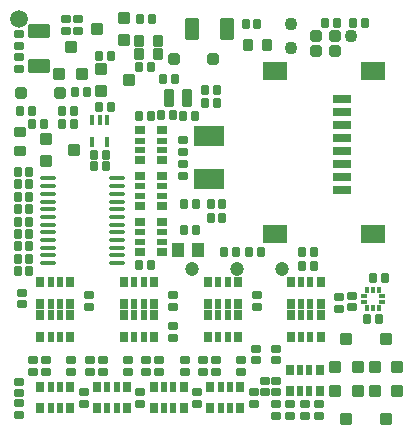
<source format=gbs>
G04*
G04 #@! TF.GenerationSoftware,Altium Limited,Altium Designer,22.9.1 (49)*
G04*
G04 Layer_Color=16711935*
%FSLAX25Y25*%
%MOIN*%
G70*
G04*
G04 #@! TF.SameCoordinates,FBD9B802-E2C1-45FA-B2A8-6E124328931A*
G04*
G04*
G04 #@! TF.FilePolarity,Negative*
G04*
G01*
G75*
G04:AMPARAMS|DCode=62|XSize=31.5mil|YSize=27.56mil|CornerRadius=4.33mil|HoleSize=0mil|Usage=FLASHONLY|Rotation=90.000|XOffset=0mil|YOffset=0mil|HoleType=Round|Shape=RoundedRectangle|*
%AMROUNDEDRECTD62*
21,1,0.03150,0.01890,0,0,90.0*
21,1,0.02284,0.02756,0,0,90.0*
1,1,0.00866,0.00945,0.01142*
1,1,0.00866,0.00945,-0.01142*
1,1,0.00866,-0.00945,-0.01142*
1,1,0.00866,-0.00945,0.01142*
%
%ADD62ROUNDEDRECTD62*%
G04:AMPARAMS|DCode=63|XSize=29.53mil|YSize=35.43mil|CornerRadius=4.53mil|HoleSize=0mil|Usage=FLASHONLY|Rotation=270.000|XOffset=0mil|YOffset=0mil|HoleType=Round|Shape=RoundedRectangle|*
%AMROUNDEDRECTD63*
21,1,0.02953,0.02638,0,0,270.0*
21,1,0.02047,0.03543,0,0,270.0*
1,1,0.00906,-0.01319,-0.01024*
1,1,0.00906,-0.01319,0.01024*
1,1,0.00906,0.01319,0.01024*
1,1,0.00906,0.01319,-0.01024*
%
%ADD63ROUNDEDRECTD63*%
G04:AMPARAMS|DCode=64|XSize=21.65mil|YSize=35.43mil|CornerRadius=3.74mil|HoleSize=0mil|Usage=FLASHONLY|Rotation=270.000|XOffset=0mil|YOffset=0mil|HoleType=Round|Shape=RoundedRectangle|*
%AMROUNDEDRECTD64*
21,1,0.02165,0.02795,0,0,270.0*
21,1,0.01417,0.03543,0,0,270.0*
1,1,0.00748,-0.01398,-0.00709*
1,1,0.00748,-0.01398,0.00709*
1,1,0.00748,0.01398,0.00709*
1,1,0.00748,0.01398,-0.00709*
%
%ADD64ROUNDEDRECTD64*%
G04:AMPARAMS|DCode=65|XSize=31.5mil|YSize=40.16mil|CornerRadius=4.72mil|HoleSize=0mil|Usage=FLASHONLY|Rotation=0.000|XOffset=0mil|YOffset=0mil|HoleType=Round|Shape=RoundedRectangle|*
%AMROUNDEDRECTD65*
21,1,0.03150,0.03071,0,0,0.0*
21,1,0.02205,0.04016,0,0,0.0*
1,1,0.00945,0.01102,-0.01535*
1,1,0.00945,-0.01102,-0.01535*
1,1,0.00945,-0.01102,0.01535*
1,1,0.00945,0.01102,0.01535*
%
%ADD65ROUNDEDRECTD65*%
G04:AMPARAMS|DCode=67|XSize=31.5mil|YSize=27.56mil|CornerRadius=4.33mil|HoleSize=0mil|Usage=FLASHONLY|Rotation=180.000|XOffset=0mil|YOffset=0mil|HoleType=Round|Shape=RoundedRectangle|*
%AMROUNDEDRECTD67*
21,1,0.03150,0.01890,0,0,180.0*
21,1,0.02284,0.02756,0,0,180.0*
1,1,0.00866,-0.01142,0.00945*
1,1,0.00866,0.01142,0.00945*
1,1,0.00866,0.01142,-0.00945*
1,1,0.00866,-0.01142,-0.00945*
%
%ADD67ROUNDEDRECTD67*%
G04:AMPARAMS|DCode=77|XSize=39.37mil|YSize=41.34mil|CornerRadius=5.51mil|HoleSize=0mil|Usage=FLASHONLY|Rotation=270.000|XOffset=0mil|YOffset=0mil|HoleType=Round|Shape=RoundedRectangle|*
%AMROUNDEDRECTD77*
21,1,0.03937,0.03032,0,0,270.0*
21,1,0.02835,0.04134,0,0,270.0*
1,1,0.01102,-0.01516,-0.01417*
1,1,0.01102,-0.01516,0.01417*
1,1,0.01102,0.01516,0.01417*
1,1,0.01102,0.01516,-0.01417*
%
%ADD77ROUNDEDRECTD77*%
G04:AMPARAMS|DCode=78|XSize=39.37mil|YSize=41.34mil|CornerRadius=5.51mil|HoleSize=0mil|Usage=FLASHONLY|Rotation=270.000|XOffset=0mil|YOffset=0mil|HoleType=Round|Shape=RoundedRectangle|*
%AMROUNDEDRECTD78*
21,1,0.03937,0.03032,0,0,270.0*
21,1,0.02835,0.04134,0,0,270.0*
1,1,0.01102,-0.01516,-0.01417*
1,1,0.01102,-0.01516,0.01417*
1,1,0.01102,0.01516,0.01417*
1,1,0.01102,0.01516,-0.01417*
%
%ADD78ROUNDEDRECTD78*%
%ADD83C,0.04294*%
%ADD84C,0.04724*%
%ADD85C,0.05906*%
G04:AMPARAMS|DCode=115|XSize=39.76mil|YSize=37.4mil|CornerRadius=5.32mil|HoleSize=0mil|Usage=FLASHONLY|Rotation=0.000|XOffset=0mil|YOffset=0mil|HoleType=Round|Shape=RoundedRectangle|*
%AMROUNDEDRECTD115*
21,1,0.03976,0.02677,0,0,0.0*
21,1,0.02913,0.03740,0,0,0.0*
1,1,0.01063,0.01457,-0.01339*
1,1,0.01063,-0.01457,-0.01339*
1,1,0.01063,-0.01457,0.01339*
1,1,0.01063,0.01457,0.01339*
%
%ADD115ROUNDEDRECTD115*%
%ADD116R,0.09843X0.07087*%
G04:AMPARAMS|DCode=117|XSize=31.5mil|YSize=59.06mil|CornerRadius=4.72mil|HoleSize=0mil|Usage=FLASHONLY|Rotation=0.000|XOffset=0mil|YOffset=0mil|HoleType=Round|Shape=RoundedRectangle|*
%AMROUNDEDRECTD117*
21,1,0.03150,0.04961,0,0,0.0*
21,1,0.02205,0.05906,0,0,0.0*
1,1,0.00945,0.01102,-0.02480*
1,1,0.00945,-0.01102,-0.02480*
1,1,0.00945,-0.01102,0.02480*
1,1,0.00945,0.01102,0.02480*
%
%ADD117ROUNDEDRECTD117*%
G04:AMPARAMS|DCode=118|XSize=74.8mil|YSize=49.21mil|CornerRadius=6.5mil|HoleSize=0mil|Usage=FLASHONLY|Rotation=0.000|XOffset=0mil|YOffset=0mil|HoleType=Round|Shape=RoundedRectangle|*
%AMROUNDEDRECTD118*
21,1,0.07480,0.03622,0,0,0.0*
21,1,0.06181,0.04921,0,0,0.0*
1,1,0.01299,0.03091,-0.01811*
1,1,0.01299,-0.03091,-0.01811*
1,1,0.01299,-0.03091,0.01811*
1,1,0.01299,0.03091,0.01811*
%
%ADD118ROUNDEDRECTD118*%
G04:AMPARAMS|DCode=119|XSize=37.4mil|YSize=37.4mil|CornerRadius=5.32mil|HoleSize=0mil|Usage=FLASHONLY|Rotation=0.000|XOffset=0mil|YOffset=0mil|HoleType=Round|Shape=RoundedRectangle|*
%AMROUNDEDRECTD119*
21,1,0.03740,0.02677,0,0,0.0*
21,1,0.02677,0.03740,0,0,0.0*
1,1,0.01063,0.01339,-0.01339*
1,1,0.01063,-0.01339,-0.01339*
1,1,0.01063,-0.01339,0.01339*
1,1,0.01063,0.01339,0.01339*
%
%ADD119ROUNDEDRECTD119*%
G04:AMPARAMS|DCode=120|XSize=62.99mil|YSize=29.53mil|CornerRadius=4.53mil|HoleSize=0mil|Usage=FLASHONLY|Rotation=180.000|XOffset=0mil|YOffset=0mil|HoleType=Round|Shape=RoundedRectangle|*
%AMROUNDEDRECTD120*
21,1,0.06299,0.02047,0,0,180.0*
21,1,0.05394,0.02953,0,0,180.0*
1,1,0.00906,-0.02697,0.01024*
1,1,0.00906,0.02697,0.01024*
1,1,0.00906,0.02697,-0.01024*
1,1,0.00906,-0.02697,-0.01024*
%
%ADD120ROUNDEDRECTD120*%
G04:AMPARAMS|DCode=121|XSize=82.68mil|YSize=61.02mil|CornerRadius=7.68mil|HoleSize=0mil|Usage=FLASHONLY|Rotation=180.000|XOffset=0mil|YOffset=0mil|HoleType=Round|Shape=RoundedRectangle|*
%AMROUNDEDRECTD121*
21,1,0.08268,0.04567,0,0,180.0*
21,1,0.06732,0.06102,0,0,180.0*
1,1,0.01535,-0.03366,0.02284*
1,1,0.01535,0.03366,0.02284*
1,1,0.01535,0.03366,-0.02284*
1,1,0.01535,-0.03366,-0.02284*
%
%ADD121ROUNDEDRECTD121*%
G04:AMPARAMS|DCode=122|XSize=29.53mil|YSize=35.43mil|CornerRadius=4.53mil|HoleSize=0mil|Usage=FLASHONLY|Rotation=180.000|XOffset=0mil|YOffset=0mil|HoleType=Round|Shape=RoundedRectangle|*
%AMROUNDEDRECTD122*
21,1,0.02953,0.02638,0,0,180.0*
21,1,0.02047,0.03543,0,0,180.0*
1,1,0.00906,-0.01024,0.01319*
1,1,0.00906,0.01024,0.01319*
1,1,0.00906,0.01024,-0.01319*
1,1,0.00906,-0.01024,-0.01319*
%
%ADD122ROUNDEDRECTD122*%
G04:AMPARAMS|DCode=123|XSize=21.65mil|YSize=35.43mil|CornerRadius=3.74mil|HoleSize=0mil|Usage=FLASHONLY|Rotation=180.000|XOffset=0mil|YOffset=0mil|HoleType=Round|Shape=RoundedRectangle|*
%AMROUNDEDRECTD123*
21,1,0.02165,0.02795,0,0,180.0*
21,1,0.01417,0.03543,0,0,180.0*
1,1,0.00748,-0.00709,0.01398*
1,1,0.00748,0.00709,0.01398*
1,1,0.00748,0.00709,-0.01398*
1,1,0.00748,-0.00709,-0.01398*
%
%ADD123ROUNDEDRECTD123*%
G04:AMPARAMS|DCode=124|XSize=31.5mil|YSize=40.16mil|CornerRadius=4.72mil|HoleSize=0mil|Usage=FLASHONLY|Rotation=90.000|XOffset=0mil|YOffset=0mil|HoleType=Round|Shape=RoundedRectangle|*
%AMROUNDEDRECTD124*
21,1,0.03150,0.03071,0,0,90.0*
21,1,0.02205,0.04016,0,0,90.0*
1,1,0.00945,0.01535,0.01102*
1,1,0.00945,0.01535,-0.01102*
1,1,0.00945,-0.01535,-0.01102*
1,1,0.00945,-0.01535,0.01102*
%
%ADD124ROUNDEDRECTD124*%
%ADD125O,0.05354X0.01378*%
G04:AMPARAMS|DCode=126|XSize=39.37mil|YSize=41.34mil|CornerRadius=5.51mil|HoleSize=0mil|Usage=FLASHONLY|Rotation=0.000|XOffset=0mil|YOffset=0mil|HoleType=Round|Shape=RoundedRectangle|*
%AMROUNDEDRECTD126*
21,1,0.03937,0.03032,0,0,0.0*
21,1,0.02835,0.04134,0,0,0.0*
1,1,0.01102,0.01417,-0.01516*
1,1,0.01102,-0.01417,-0.01516*
1,1,0.01102,-0.01417,0.01516*
1,1,0.01102,0.01417,0.01516*
%
%ADD126ROUNDEDRECTD126*%
G04:AMPARAMS|DCode=127|XSize=39.37mil|YSize=41.34mil|CornerRadius=5.51mil|HoleSize=0mil|Usage=FLASHONLY|Rotation=0.000|XOffset=0mil|YOffset=0mil|HoleType=Round|Shape=RoundedRectangle|*
%AMROUNDEDRECTD127*
21,1,0.03937,0.03032,0,0,0.0*
21,1,0.02835,0.04134,0,0,0.0*
1,1,0.01102,0.01417,-0.01516*
1,1,0.01102,-0.01417,-0.01516*
1,1,0.01102,-0.01417,0.01516*
1,1,0.01102,0.01417,0.01516*
%
%ADD127ROUNDEDRECTD127*%
%ADD128R,0.01772X0.01870*%
%ADD129R,0.01870X0.01772*%
G04:AMPARAMS|DCode=130|XSize=16.54mil|YSize=35.43mil|CornerRadius=3.23mil|HoleSize=0mil|Usage=FLASHONLY|Rotation=180.000|XOffset=0mil|YOffset=0mil|HoleType=Round|Shape=RoundedRectangle|*
%AMROUNDEDRECTD130*
21,1,0.01654,0.02898,0,0,180.0*
21,1,0.01008,0.03543,0,0,180.0*
1,1,0.00646,-0.00504,0.01449*
1,1,0.00646,0.00504,0.01449*
1,1,0.00646,0.00504,-0.01449*
1,1,0.00646,-0.00504,-0.01449*
%
%ADD130ROUNDEDRECTD130*%
G04:AMPARAMS|DCode=131|XSize=74.8mil|YSize=49.21mil|CornerRadius=6.5mil|HoleSize=0mil|Usage=FLASHONLY|Rotation=90.000|XOffset=0mil|YOffset=0mil|HoleType=Round|Shape=RoundedRectangle|*
%AMROUNDEDRECTD131*
21,1,0.07480,0.03622,0,0,90.0*
21,1,0.06181,0.04921,0,0,90.0*
1,1,0.01299,0.01811,0.03091*
1,1,0.01299,0.01811,-0.03091*
1,1,0.01299,-0.01811,-0.03091*
1,1,0.01299,-0.01811,0.03091*
%
%ADD131ROUNDEDRECTD131*%
%ADD132R,0.04331X0.04724*%
D62*
X18898Y106592D02*
D03*
X22835D02*
D03*
X59518Y75625D02*
D03*
X63455D02*
D03*
X102756Y55118D02*
D03*
X98819D02*
D03*
X63455Y67140D02*
D03*
X59518D02*
D03*
X102756Y59621D02*
D03*
X98819D02*
D03*
X70472Y109449D02*
D03*
X66535D02*
D03*
X81015Y59621D02*
D03*
X84952D02*
D03*
X70472Y113779D02*
D03*
X66535D02*
D03*
X122441Y51181D02*
D03*
X126378D02*
D03*
X4832Y106592D02*
D03*
X8770D02*
D03*
X115715Y136130D02*
D03*
X119652D02*
D03*
X56299Y117323D02*
D03*
X52362D02*
D03*
X110336Y136130D02*
D03*
X106399D02*
D03*
X72244Y71137D02*
D03*
X68307D02*
D03*
X55765Y105285D02*
D03*
X51828D02*
D03*
X59168Y105230D02*
D03*
X63105D02*
D03*
X72819Y59621D02*
D03*
X76756D02*
D03*
X44389Y121260D02*
D03*
X48326D02*
D03*
X68307Y75625D02*
D03*
X72244D02*
D03*
X12707Y102362D02*
D03*
X8770D02*
D03*
X18898D02*
D03*
X22835D02*
D03*
X7874Y53543D02*
D03*
X3937D02*
D03*
X44536Y55454D02*
D03*
X48473D02*
D03*
X7874Y57480D02*
D03*
X3937D02*
D03*
X7874Y69882D02*
D03*
X3937D02*
D03*
X7874Y74016D02*
D03*
X3937D02*
D03*
X7874Y82284D02*
D03*
X3937D02*
D03*
X7874Y78150D02*
D03*
X3937D02*
D03*
X7874Y86417D02*
D03*
X3937D02*
D03*
X7874Y65748D02*
D03*
X3937D02*
D03*
X7874Y61614D02*
D03*
X3937D02*
D03*
X120498Y37274D02*
D03*
X124435D02*
D03*
X29497Y92088D02*
D03*
X33434D02*
D03*
X29497Y88365D02*
D03*
X33434D02*
D03*
X31116Y108098D02*
D03*
X35053D02*
D03*
X34955Y125197D02*
D03*
X31018D02*
D03*
X23228Y113165D02*
D03*
X27165D02*
D03*
X44882Y137343D02*
D03*
X48819D02*
D03*
X79967Y135891D02*
D03*
X83904D02*
D03*
X48425Y105194D02*
D03*
X44488D02*
D03*
D63*
X44882Y90256D02*
D03*
X51969D02*
D03*
X51969Y100295D02*
D03*
X44882D02*
D03*
X44882Y69784D02*
D03*
Y59744D02*
D03*
X51969Y69784D02*
D03*
Y59744D02*
D03*
X44882Y85039D02*
D03*
Y75000D02*
D03*
X51969D02*
D03*
Y85039D02*
D03*
D64*
X44882Y93701D02*
D03*
X44882Y96850D02*
D03*
X51969Y96850D02*
D03*
Y93701D02*
D03*
X44882Y63189D02*
D03*
Y66339D02*
D03*
X51969Y63189D02*
D03*
Y66339D02*
D03*
X44882Y78445D02*
D03*
Y81594D02*
D03*
X51969Y78445D02*
D03*
Y81594D02*
D03*
D65*
X80905Y128839D02*
D03*
X87205D02*
D03*
X44291Y130217D02*
D03*
X50591Y130217D02*
D03*
X44291Y125591D02*
D03*
X50591D02*
D03*
D67*
X20079Y137402D02*
D03*
Y133465D02*
D03*
X4464Y124694D02*
D03*
Y120757D02*
D03*
X58927Y85039D02*
D03*
Y88976D02*
D03*
Y97146D02*
D03*
Y93209D02*
D03*
X115393Y45181D02*
D03*
Y41244D02*
D03*
X24213Y137402D02*
D03*
Y133465D02*
D03*
X27953Y19882D02*
D03*
Y23819D02*
D03*
X32283Y19882D02*
D03*
Y23819D02*
D03*
X40748Y19882D02*
D03*
Y23819D02*
D03*
X44914Y12972D02*
D03*
Y9035D02*
D03*
X90158Y9055D02*
D03*
Y5118D02*
D03*
X94882Y9055D02*
D03*
Y5118D02*
D03*
X99606Y9055D02*
D03*
Y5118D02*
D03*
X104331Y9055D02*
D03*
Y5118D02*
D03*
X83661Y45276D02*
D03*
Y41339D02*
D03*
X27756D02*
D03*
Y45276D02*
D03*
X111221Y44685D02*
D03*
Y40748D02*
D03*
X55709Y41339D02*
D03*
Y45276D02*
D03*
X25947Y9035D02*
D03*
Y12972D02*
D03*
X21851Y23819D02*
D03*
Y19882D02*
D03*
X13386D02*
D03*
Y23819D02*
D03*
X9055D02*
D03*
Y19882D02*
D03*
X63757Y12972D02*
D03*
Y9035D02*
D03*
X59646Y19882D02*
D03*
Y23819D02*
D03*
X51181D02*
D03*
Y19882D02*
D03*
X46851D02*
D03*
Y23819D02*
D03*
X82737Y12972D02*
D03*
Y9035D02*
D03*
X78544Y19882D02*
D03*
Y23819D02*
D03*
X70079Y19882D02*
D03*
Y23819D02*
D03*
X65748Y19882D02*
D03*
Y23819D02*
D03*
X83525Y23622D02*
D03*
Y27559D02*
D03*
X4331Y16535D02*
D03*
Y12598D02*
D03*
X90158Y12972D02*
D03*
Y16909D02*
D03*
X55709Y31102D02*
D03*
Y35039D02*
D03*
X90158Y23622D02*
D03*
Y27559D02*
D03*
X4528Y5512D02*
D03*
Y9449D02*
D03*
X86447Y16909D02*
D03*
Y12972D02*
D03*
X5499Y46186D02*
D03*
Y42249D02*
D03*
X4464Y128347D02*
D03*
Y132283D02*
D03*
D77*
X13484Y89930D02*
D03*
X22736Y93670D02*
D03*
X30305Y133996D02*
D03*
X39557Y137736D02*
D03*
X41069Y117041D02*
D03*
X31817Y113301D02*
D03*
D78*
X13484Y97411D02*
D03*
X39557Y130256D02*
D03*
X31817Y120781D02*
D03*
D83*
X95118Y135693D02*
D03*
Y127693D02*
D03*
X115118Y131693D02*
D03*
D84*
X92126Y54134D02*
D03*
X77126D02*
D03*
X62126D02*
D03*
D85*
X4331Y137402D02*
D03*
D115*
X56122Y123974D02*
D03*
X69114D02*
D03*
X18029Y112774D02*
D03*
X5037Y112774D02*
D03*
D116*
X67889Y84002D02*
D03*
X67889Y98569D02*
D03*
D117*
X60383Y111092D02*
D03*
X54478D02*
D03*
D118*
X11024Y133257D02*
D03*
Y121839D02*
D03*
D119*
X103583Y131860D02*
D03*
X109803D02*
D03*
X103583Y126870D02*
D03*
X109803D02*
D03*
D120*
X112205Y80295D02*
D03*
Y84626D02*
D03*
Y88957D02*
D03*
Y93287D02*
D03*
Y97618D02*
D03*
Y106280D02*
D03*
Y110610D02*
D03*
Y101949D02*
D03*
D121*
X89764Y65847D02*
D03*
X122441D02*
D03*
X89764Y119980D02*
D03*
X122441D02*
D03*
D122*
X30413Y7677D02*
D03*
Y14764D02*
D03*
X40453D02*
D03*
Y7677D02*
D03*
X67421Y31496D02*
D03*
X67421Y38583D02*
D03*
X77461Y38583D02*
D03*
Y31496D02*
D03*
X67421Y49606D02*
D03*
X67421Y42520D02*
D03*
X77461D02*
D03*
Y49606D02*
D03*
X21555Y31496D02*
D03*
X21555Y38583D02*
D03*
X11516Y38583D02*
D03*
X11516Y31496D02*
D03*
Y49606D02*
D03*
X11516Y42520D02*
D03*
X21555Y49606D02*
D03*
Y42520D02*
D03*
X94980Y31496D02*
D03*
Y38583D02*
D03*
X105020Y38583D02*
D03*
X105020Y31496D02*
D03*
X105020Y49606D02*
D03*
Y42520D02*
D03*
X94980D02*
D03*
X94980Y49606D02*
D03*
X49508Y31496D02*
D03*
Y38583D02*
D03*
X39469Y31496D02*
D03*
X39469Y38583D02*
D03*
X39469Y49606D02*
D03*
Y42520D02*
D03*
X49508Y49606D02*
D03*
Y42520D02*
D03*
X11516Y7677D02*
D03*
X11516Y14764D02*
D03*
X21555D02*
D03*
X21555Y7677D02*
D03*
X49311D02*
D03*
X49311Y14764D02*
D03*
X59350D02*
D03*
Y7677D02*
D03*
X68209D02*
D03*
X68209Y14764D02*
D03*
X78248D02*
D03*
Y7677D02*
D03*
X104626Y13386D02*
D03*
Y20472D02*
D03*
X94587D02*
D03*
X94587Y13386D02*
D03*
D123*
X37008Y14764D02*
D03*
X33858D02*
D03*
Y7677D02*
D03*
X37008D02*
D03*
X74016Y38583D02*
D03*
X70866D02*
D03*
Y31496D02*
D03*
X74016D02*
D03*
X70866Y49606D02*
D03*
X74016Y49606D02*
D03*
X74016Y42520D02*
D03*
X70866D02*
D03*
X18110Y31496D02*
D03*
X14961Y31496D02*
D03*
Y38583D02*
D03*
X18110D02*
D03*
X14961Y49606D02*
D03*
X18110Y49606D02*
D03*
X14961Y42520D02*
D03*
X18110D02*
D03*
X101575Y38583D02*
D03*
X98425Y38583D02*
D03*
Y31496D02*
D03*
X101575D02*
D03*
X98425Y42520D02*
D03*
X101575Y42520D02*
D03*
X101575Y49606D02*
D03*
X98425Y49606D02*
D03*
X46063Y31496D02*
D03*
X42913D02*
D03*
X46063Y38583D02*
D03*
X42913Y38583D02*
D03*
X42914Y49606D02*
D03*
X46063D02*
D03*
X42914Y42520D02*
D03*
X46063D02*
D03*
X18111Y14764D02*
D03*
X14961D02*
D03*
Y7677D02*
D03*
X18111D02*
D03*
X55905Y14764D02*
D03*
X52756D02*
D03*
Y7677D02*
D03*
X55905D02*
D03*
X74803Y14764D02*
D03*
X71654D02*
D03*
Y7677D02*
D03*
X74803D02*
D03*
X101181Y13386D02*
D03*
X98032D02*
D03*
Y20472D02*
D03*
X101181D02*
D03*
D124*
X4725Y93307D02*
D03*
X4725Y99606D02*
D03*
D125*
X37087Y81693D02*
D03*
Y79134D02*
D03*
Y76575D02*
D03*
Y74016D02*
D03*
Y71457D02*
D03*
Y68898D02*
D03*
Y66339D02*
D03*
Y63780D02*
D03*
Y58662D02*
D03*
Y56102D02*
D03*
X14095Y79134D02*
D03*
Y76575D02*
D03*
Y74016D02*
D03*
Y71457D02*
D03*
Y68898D02*
D03*
Y66339D02*
D03*
Y63780D02*
D03*
Y61221D02*
D03*
Y56102D02*
D03*
Y58662D02*
D03*
X37087Y61221D02*
D03*
X14095Y84252D02*
D03*
Y81693D02*
D03*
X37087Y84252D02*
D03*
D126*
X117308Y13307D02*
D03*
X130512D02*
D03*
X109828Y21339D02*
D03*
X17913Y118976D02*
D03*
X123031Y21339D02*
D03*
D127*
X113568Y4055D02*
D03*
X109828Y13307D02*
D03*
X126772Y4055D02*
D03*
X123031Y13307D02*
D03*
X113568Y30591D02*
D03*
X117308Y21339D02*
D03*
X21654Y128228D02*
D03*
X25394Y118976D02*
D03*
X126772Y30591D02*
D03*
X130512Y21339D02*
D03*
D128*
X120498Y41108D02*
D03*
X122467Y47112D02*
D03*
Y41108D02*
D03*
X124435D02*
D03*
X120498Y47112D02*
D03*
X124435D02*
D03*
D129*
X125468Y43126D02*
D03*
Y45094D02*
D03*
X119465D02*
D03*
Y43126D02*
D03*
D130*
X28752Y96279D02*
D03*
X33870D02*
D03*
X31311Y103760D02*
D03*
X28752D02*
D03*
X33870D02*
D03*
D131*
X62224Y133970D02*
D03*
X73642D02*
D03*
D132*
X63974Y60433D02*
D03*
X57281D02*
D03*
M02*

</source>
